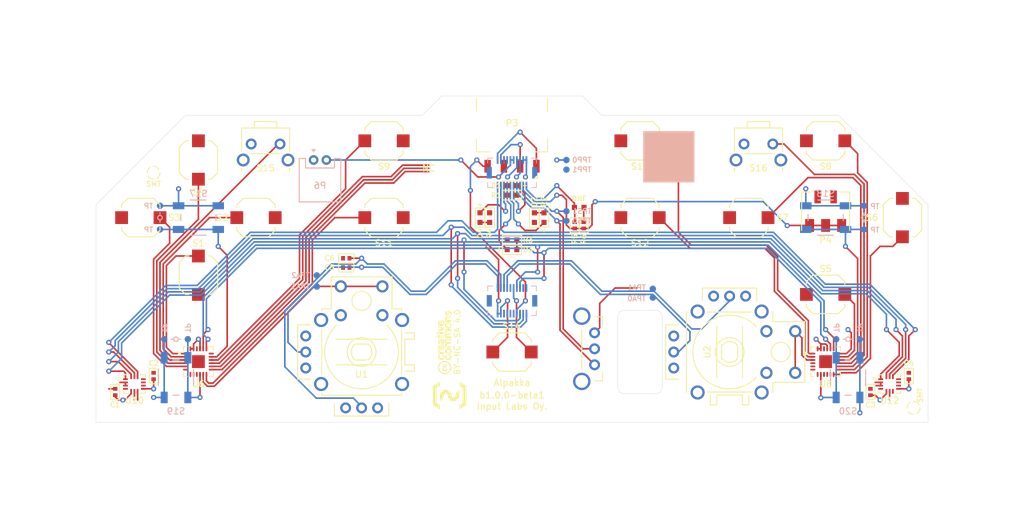
<source format=kicad_pcb>
(kicad_pcb (version 20240108) (generator "pcbnew") (generator_version "8.0")
  (title_block (title "Alpakka") (company "Input Labs Oy."))
  (layers (0 "F.Cu" signal) (31 "B.Cu" signal) (34 "B.Paste" user) (35 "F.Paste" user) (36 "B.SilkS" user "B.Silkscreen") (37 "F.SilkS" user "F.Silkscreen") (38 "B.Mask" user) (39 "F.Mask" user) (44 "Edge.Cuts" user))
  (net 0 "")
  (net 1 "/VCC")
  (net 2 "/GND")
  (net 3 "/ADC3")
  (net 4 "/ADC2")
  (net 5 "/GP9")
  (net 6 "/GP8")
  (net 7 "/GP7")
  (net 8 "/GP6")
  (net 9 "/IMU_CS1")
  (net 10 "/GP13")
  (net 11 "Net-(D1-K)")
  (net 12 "/GP10")
  (net 13 "/GP11")
  (net 14 "/UART0_TX")
  (net 15 "/UART0_RX")
  (net 16 "/IMU_CS0")
  (net 17 "/BAT")
  (net 18 "/GP12")
  (net 19 "/RUN")
  (net 20 "/UART1_TX")
  (net 21 "/UART1_RX")
  (net 22 "/GP25")
  (net 23 "/SPI_CK")
  (net 24 "/ADC1")
  (net 25 "/ADC0")
  (net 26 "/I2C_SDA")
  (net 27 "/SPI_TX")
  (net 28 "/GP24")
  (net 29 "/I2C_SCL")
  (net 30 "/SPI_RX")
  (net 31 "/A0")
  (net 32 "/A1")
  (net 33 "/A4")
  (net 34 "/A3")
  (net 35 "/B15")
  (net 36 "/B10")
  (net 37 "/B13")
  (net 38 "/B11")
  (net 39 "/A14")
  (net 40 "/B0")
  (net 41 "/A10")
  (net 42 "/B1")
  (net 43 "/A2")
  (net 47 "Net-(D2-K)")
  (net 48 "Net-(D3-K)")
  (net 49 "Net-(D4-K)")
  (net 50 "/B12")
  (net 62 "/A15")
  (net 64 "/B14")
  (net 65 "/A8")
  (net 66 "/B7")
  (net 67 "/A9")
  (net 68 "/B2")
  (net 69 "/A12")
  (net 70 "/A11")
  (net 71 "/A13")
  (net 72 "/B5")
  (net 73 "/B6")
  (net 74 "/B4")
  (net 75 "/B3")
  (net 82 "Net-(R6-Pad1)")
  (footprint "ILO_fp:Alpsalpine_SKPM" (layer "F.Cu") (at 149 42)
    (property "Reference" "S8")
    (property "Value" "Y")
  )
  (footprint "ILO_fp:NPTH_4mm" (layer "F.Cu") (at 159 62)
    (property "Reference" "REF**" (hide yes))
    (property "Value" "NPTH_4mm" (hide yes))
  )
  (footprint "ILO_fp:Alpsalpine_SKPM" (layer "F.Cu") (at 60 54 180)
    (property "Reference" "S2")
    (property "Value" "right")
  )
  (footprint "ILO_fp:0402" (layer "F.Cu") (at 109.8 55.2 -90)
    (property "Reference" "R5")
    (property "Value" "1 MΩ" (hide yes))
  )
  (footprint "ILO_fp:Alpsalpine_SKPM" (layer "F.Cu") (at 42 54)
    (property "Reference" "S3")
    (property "Value" "left")
  )
  (footprint "ILO_fp:Alpsalpine_SKPM" (layer "F.Cu") (at 80 42 180)
    (property "Reference" "S9")
    (property "Value" "select_1")
  )
  (footprint "ILO_fp:Alpsalpine_SKPM" (layer "F.Cu") (at 80 54 180)
    (property "Reference" "S11")
    (property "Value" "select_2")
  )
  (footprint "ILO_fp:Alpsalpine_SKPM" (layer "F.Cu") (at 120 42)
    (property "Reference" "S10")
    (property "Value" "start_1")
  )
  (footprint "ILO_fp:NPTH_4mm" (layer "F.Cu") (at 41 62)
    (property "Reference" "REF**" (hide yes))
    (property "Value" "NPTH_4mm" (hide yes))
  )
  (footprint "ILO_fp:NPTH_4mm" (layer "F.Cu") (at 62 62)
    (property "Reference" "REF**" (hide yes))
    (property "Value" "NPTH_4mm" (hide yes))
  )
  (footprint "ILO_fp:NPTH_4mm" (layer "F.Cu") (at 85 62)
    (property "Reference" "REF**" (hide yes))
    (property "Value" "NPTH_4mm" (hide yes))
  )
  (footprint "ILO_fp:NPTH_4mm" (layer "F.Cu") (at 115 62)
    (property "Reference" "REF**" (hide yes))
    (property "Value" "NPTH_4mm" (hide yes))
  )
  (footprint "ILO_fp:NPTH_4mm" (layer "F.Cu") (at 138 62)
    (property "Reference" "REF**" (hide yes))
    (property "Value" "NPTH_4mm" (hide yes))
  )
  (footprint "ILO_fp:Alpsalpine_SKPM" (layer "F.Cu") (at 149 66)
    (property "Reference" "S5")
    (property "Value" "A")
  )
  (footprint "ILO_fp:Alpsalpine_SKPM" (layer "F.Cu") (at 161 54 -90)
    (property "Reference" "S6")
    (property "Value" "B")
  )
  (footprint "ILO_fp:Alpsalpine_SKPM" (layer "F.Cu") (at 137 54)
    (property "Reference" "S7")
    (property "Value" "X")
  )
  (footprint "ILO_fp:Alpsalpine_SKPM" (layer "F.Cu") (at 51 63 90)
    (property "Reference" "S1")
    (property "Value" "down")
  )
  (footprint "ILO_fp:Alpsalpine_SKPM" (layer "F.Cu") (at 51 45 -90)
    (property "Reference" "S4")
    (property "Value" "up")
  )
  (footprint "ILO_fp:NPTH_2mm" (layer "F.Cu") (at 85 49)
    (property "Reference" "REF**" (hide yes))
    (property "Value" "NPTH_2mm" (hide yes))
  )
  (footprint "ILO_fp:NPTH_2mm" (layer "F.Cu") (at 62 49)
    (property "Reference" "REF**" (hide yes))
    (property "Value" "NPTH_2mm" (hide yes))
  )
  (footprint "ILO_fp:NPTH_2mm" (layer "F.Cu") (at 85 75)
    (property "Reference" "REF**" (hide yes))
    (property "Value" "NPTH_2mm" (hide yes))
  )
  (footprint "ILO_fp:NPTH_2mm" (layer "F.Cu") (at 62 75)
    (property "Reference" "REF**" (hide yes))
    (property "Value" "NPTH_2mm" (hide yes))
  )
  (footprint "ILO_fp:NPTH_2mm" (layer "F.Cu") (at 115 49)
    (property "Reference" "REF**" (hide yes))
    (property "Value" "NPTH_2mm" (hide yes))
  )
  (footprint "ILO_fp:NPTH_2mm" (layer "F.Cu") (at 138 49)
    (property "Reference" "REF**" (hide yes))
    (property "Value" "NPTH_2mm" (hide yes))
  )
  (footprint "ILO_fp:NPTH_2mm" (layer "F.Cu") (at 159 75)
    (property "Reference" "REF**" (hide yes))
    (property "Value" "NPTH_2mm" (hide yes))
  )
  (footprint "ILO_fp:NPTH_2mm" (layer "F.Cu") (at 138 75)
    (property "Reference" "REF**" (hide yes))
    (property "Value" "NPTH_2mm" (hide yes))
  )
  (footprint "ILO_fp:Alpsalpine_SKPM" (layer "F.Cu") (at 100 75)
    (property "Reference" "S14")
    (property "Value" "home")
  )
  (footprint "ILO_fp:HRO_BC-25-3P" (layer "F.Cu") (at 149 53 -90)
    (property "Reference" "P4")
    (property "Value" "Blade" (hide yes))
  )
  (footprint "ILO_fp:0603_d" (layer "F.Cu") (at 105 54 -90)
    (property "Reference" "D2")
    (property "Value" "Diode" (hide yes))
  )
  (footprint "ILO_fp:Alpsalpine_RKJXV122400R" (layer "F.Cu") (at 76.5 75 180)
    (property "Reference" "U1")
    (property "Value" "Alpsalpine_RKJXV" (hide yes))
  )
  (footprint "ILO_fp:NPTH_2mm" (layer "F.Cu") (at 41 75)
    (property "Reference" "REF**" (hide yes))
    (property "Value" "NPTH_2mm" (hide yes))
  )
  (footprint "ILO_fp:Alpsalpine_SKPM" (layer "F.Cu") (at 120 54)
    (property "Reference" "S12")
    (property "Value" "start_2")
  )
  (footprint "ILO_fp:Alpsalpine_SKHHL" (layer "F.Cu") (at 61.5 42.5 180)
    (property "Reference" "S15")
    (property "Value" "L1")
  )
  (footprint "ILO_fp:LGA14" (layer "F.Cu") (at 159 80 180)
    (property "Reference" "U12")
    (property "Value" "ST_LSM6" (hide yes))
  )
  (footprint "ILO_fp:0402" (layer "F.Cu") (at 155.999998 81.25 -90)
    (property "Reference" "C3")
    (property "Value" "100nF" (hide yes))
  )
  (footprint "ILO_fp:0402" (layer "F.Cu") (at 161.999999 78.750001 -90)
    (property "Reference" "C4")
    (property "Value" "100nF" (hide yes))
  )
  (footprint "ILO_fp:Alpsalpine_SKHHL" (layer "F.Cu") (at 138.5 42.5 180)
    (property "Reference" "S16")
    (property "Value" "R1")
  )
  (footprint "ILO_fp:0603" (layer "F.Cu") (at 103.5 54 90)
    (property "Reference" "R2")
    (property "Value" "20 Ω" (hide yes))
  )
  (footprint "ILO_fp:0402" (layer "F.Cu") (at 111.199999 55.2 -90)
    (property "Reference" "R6")
    (property "Value" "1 MΩ" (hide yes))
  )
  (footprint "ILO_fp:0402" (layer "F.Cu") (at 43.999999 78.750001 -90)
    (property "Reference" "C2")
    (property "Value" "100nF" (hide yes))
  )
  (footprint "ILO_fp:0402" (layer "F.Cu") (at 37.999998 81.25 -90)
    (property "Reference" "C1")
    (property "Value" "100nF" (hide yes))
  )
  (footprint "ILO_fp:QFN24" (layer "F.Cu") (at 149 76.5 -90)
    (property "Reference" "U8")
    (property "Value" "NXP_PCAL6416A" (hide yes))
  )
  (footprint "ILO_fp:0603" (layer "F.Cu") (at 100 50.5 180)
    (property "Reference" "R1")
    (property "Value" "20 Ω" (hide yes))
  )
  (footprint "LOGO" (layer "F.Cu") (at 90.25 81.8)
    (property "Reference" "G***" (hide yes))
    (property "Value" "LOGO" (hide yes))
  )
  (footprint "ILO_fp:0603" (layer "F.Cu") (at 100 57.5)
    (property "Reference" "R3")
    (property "Value" "20 Ω" (hide yes))
  )
  (footprint "ILO_fp:QFN24" (layer "F.Cu") (at 51 76.5 -90)
    (property "Reference" "U6")
    (property "Value" "NXP_PCAL6416A" (hide yes))
  )
  (footprint "ILO_fp:NPTH_2mm" (layer "F.Cu") (at 44 47)
    (property "Reference" "REF**" (hide yes))
    (property "Value" "NPTH_2mm" (hide yes))
  )
  (footprint "ILO_fp:0603_d" (layer "F.Cu") (at 95 54 90)
    (property "Reference" "D4")
    (property "Value" "Diode" (hide yes))
  )
  (footprint "ILO_fp:0603_d" (layer "F.Cu") (at 100 59 180)
    (property "Reference" "D3")
    (property "Value" "Diode" (hide yes))
  )
  (footprint "ILO_fp:0603_compact" (layer "F.Cu") (at 110.5 52.4)
    (property "Reference" "R7")
    (property "Value" "DNP" (hide yes))
  )
  (footprint "ILO_fp:0603_d" (layer "F.Cu") (at 100 49)
    (property "Reference" "D1")
    (property "Value" "Diode" (hide yes))
  )
  (footprint "ILO_fp:0402" (layer "F.Cu") (at 74.1 60.35)
    (property "Reference" "C6")
    (property "Value" "1uF" (hide yes))
  )
  (footprint "ILO_fp:Alpsalpine_RKJXV122400R" (layer "F.Cu") (at 134 75 90)
    (property "Reference" "U2")
    (property "Value" "Alpsalpine_RKJXV" (hide yes))
  )
  (footprint "ILO_fp:NPTH_2mm" (layer "F.Cu") (at 115 75)
    (property "Reference" "REF**" (hide yes))
    (property "Value" "NPTH_2mm" (hide yes))
  )
  (footprint "LOGO" (layer "F.Cu") (at 89.35 73.5 90)
    (property "Reference" "G***" (hide yes))
    (property "Value" "LOGO" (hide yes))
  )
  (footprint "ILO_fp:0402" (layer "F.Cu") (at 74.099999 61.8)
    (property "Reference" "C5")
    (property "Value" "1uF" (hide yes))
  )
  (footprint "" (layer "F.Cu") (at 162.75 83.75)
    (property "Reference" "")
    (property "Value" "")
  )
  (footprint "ILO_fp:0603" (layer "F.Cu") (at 96.5 54 -90)
    (property "Reference" "R4")
    (property "Value" "20 Ω" (hide yes))
  )
  (footprint "ILO_fp:XKB_X6511FRS-04" (layer "F.Cu") (at 100 45.975 180)
    (property "Reference" "P3")
    (property "Value" "Headers 4P IN" (hide yes))
  )
  (footprint "ILO_fp:LGA14" (layer "F.Cu") (at 41 80 180)
    (property "Reference" "U10")
    (property "Value" "ST_LSM6" (hide yes))
  )
  (footprint "ILO_fp:Alpsalpine_EC10E" (layer "F.Cu") (at 111.9 74.5 90)
    (property "Reference" "U3" (hide yes))
    (property "Value" "Alpsalpine_EC10E" (hide yes))
  )
  (footprint "ILO_fp:Alpsalpine_SKQG" (layer "B.Cu") (at 51 54)
    (property "Reference" "S17")
    (property "Value" "L2" (hide yes))
  )
  (footprint "ILO_fp:Alpsalpine_SKQG" (layer "B.Cu") (at 152.5 79 -90)
    (property "Reference" "S20")
    (property "Value" "R4" (hide yes))
  )
  (footprint "ILO_fp:Alpsalpine_SKQG" (layer "B.Cu") (at 149 54)
    (property "Reference" "S18")
    (property "Value" "R2" (hide yes))
  )
  (footprint "ILO_fp:Alpsalpine_SKQG" (layer "B.Cu") (at 47.5 79 90)
    (property "Reference" "S19")
    (property "Value" "L4" (hide yes))
  )
  (footprint "ILO_fp:Pad_1mm" (layer "B.Cu") (at 49.35 73 180)
    (property "Reference" "TP204" (hide yes))
    (property "Value" "Endpoint" (hide yes))
  )
  (footprint "ILO_fp:Pad_1mm" (layer "B.Cu") (at 69.5 64.775 180)
    (property "Reference" "TPA3")
    (property "Value" "Endpoint" (hide yes))
  )
  (footprint "ILO_fp:Pad_1mm" (layer "B.Cu") (at 108.5 46.5 180)
    (property "Reference" "TPP1")
    (property "Value" "Endpoint" (hide yes))
  )
  (footprint "ILO_fp:Pad_1mm" (layer "B.Cu") (at 45 55.85 180)
    (property "Reference" "TP202" (hide yes))
    (property "Value" "Endpoint" (hide yes))
  )
  (footprint "ILO_fp:JST_PH_2_TH" (layer "B.Cu") (at 70 45)
    (property "Reference" "P6")
    (property "Value" "Conn_01x02")
  )
  (footprint "ILO_fp:Pad_1mm" (layer "B.Cu") (at 154.35 73 180)
    (property "Reference" "TP103" (hide yes))
    (property "Value" "Endpoint" (hide yes))
  )
  (footprint "ILO_fp:Pad_1mm" (layer "B.Cu") (at 122 65.125 180)
    (property "Reference" "TPA1")
    (property "Value" "Endpoint" (hide yes))
  )
  (footprint "ILO_fp:Hirose_DF12NB_receptacle" (layer "B.Cu") (at 100 67 180)
    (property "Reference" "P2" (hide yes))
    (property "Value" "Conn_01x20_Pin")
  )
  (footprint "ILO_fp:Pad_1mm" (layer "B.Cu") (at 45.65 73 180)
    (property "Reference" "TP203" (hide yes))
    (property "Value" "Endpoint" (hide yes))
  )
  (footprint "ILO_fp:Pad_1mm" (layer "B.Cu") (at 108.5 45 180)
    (property "Reference" "TPP0")
    (property "Value" "Endpoint" (hide yes))
  )
  (footprint "ILO_fp:Pad_1mm" (layer "B.Cu") (at 108.5 53 180)
    (property "Reference" "TPS1")
    (property "Value" "Endpoint" (hide yes))
  )
  (footprint "ILO_fp:Pad_1mm" (layer "B.Cu") (at 155 55.85 180)
    (property "Reference" "TP102" (hide yes))
    (property "Value" "Endpoint" (hide yes))
  )
  (footprint "ILO_fp:Pad_1mm" (layer "B.Cu") (at 150.65 73 180)
    (property "Reference" "TP104" (hide yes))
    (property "Value" "Endpoint" (hide yes))
  )
  (footprint "ILO_fp:Pad_1mm" (layer "B.Cu") (at 155 52.15 180)
    (property "Reference" "TP101" (hide yes))
    (property "Value" "Endpoint" (hide yes))
  )
  (footprint "ILO_fp:Pad_1mm" (layer "B.Cu") (at 69.5 63.025 180)
    (property "Reference" "TPA2")
    (property "Value" "Endpoint" (hide yes))
  )
  (footprint "ILO_fp:Pad_1mm" (layer "B.Cu") (at 122 66.5 180)
    (property "Reference" "TPA0")
    (property "Value" "Endpoint" (hide yes))
  )
  (footprint "ILO_fp:Pad_1mm" (layer "B.Cu") (at 45 52.15 180)
    (property "Reference" "TP201" (hide yes))
    (property "Value" "Endpoint" (hide yes))
  )
  (footprint "ILO_fp:Hirose_DF12NB_receptacle" (layer "B.Cu") (at 100 47 180)
    (property "Reference" "P1" (hide yes))
    (property "Value" "Conn_01x20_Pin")
  )
  (footprint "ILO_fp:Pad_1mm" (layer "B.Cu") (at 108.5 54.5 180)
    (property "Reference" "TPS0")
    (property "Value" "Endpoint" (hide yes))
  )
  (gr_circle (center 155 54) (end 155.25 54.25) (stroke (width 0.16)) (fill none) (layer "B.SilkS"))
  (gr_line (start 152.853553 73) (end 153.25 73) (stroke (width 0.16)) (layer "B.SilkS"))
  (gr_line (start 47.853553 73) (end 48.25 73) (stroke (width 0.16)) (layer "B.SilkS"))
  (gr_line (start 47.146447 73) (end 46.75 73) (stroke (width 0.16)) (layer "B.SilkS"))
  (gr_line (start 45 53.646447) (end 45 53.25) (stroke (width 0.16)) (layer "B.SilkS"))
  (gr_circle (center 152.5 73) (end 152.25 73.25) (stroke (width 0.16)) (fill none) (layer "B.SilkS"))
  (gr_line (start 155 54.353553) (end 155 54.75) (stroke (width 0.16)) (layer "B.SilkS"))
  (gr_circle (center 47.5 73) (end 47.25 73.25) (stroke (width 0.16)) (fill none) (layer "B.SilkS"))
  (gr_line (start 45 54.353553) (end 45 54.75) (stroke (width 0.16)) (layer "B.SilkS"))
  (gr_rect (start 120.5 40.5) (end 128.5 48.5) (fill solid) (layer "B.SilkS"))
  (gr_line (start 155 53.646447) (end 155 53.25) (stroke (width 0.16)) (layer "B.SilkS"))
  (gr_line (start 152.146447 73) (end 151.75 73) (stroke (width 0.16)) (layer "B.SilkS"))
  (gr_circle (center 45 54) (end 45.25 54.25) (stroke (width 0.16)) (fill none) (layer "B.SilkS"))
  (gr_arc (start 162.75 82.75) (mid 163.221847 82.868345) (end 163.58205 83.1953) (stroke (width 0.153)) (layer "F.SilkS"))
  (gr_arc (start 44 46) (mid 44.471847 46.118345) (end 44.83205 46.4453) (stroke (width 0.153)) (layer "F.SilkS"))
  (gr_arc (start 43 47) (mid 43.118345 46.528153) (end 43.4453 46.16795) (stroke (width 0.153)) (layer "F.SilkS"))
  (gr_arc (start 163.75 83.75) (mid 163.631655 84.221847) (end 163.3047 84.58205) (stroke (width 0.153)) (layer "F.SilkS"))
  (gr_arc (start 44 48) (mid 43.528153 47.881655) (end 43.16795 47.5547) (stroke (width 0.153)) (layer "F.SilkS"))
  (gr_arc (start 45 47) (mid 44.881655 47.471847) (end 44.5547 47.83205) (stroke (width 0.153)) (layer "F.SilkS"))
  (gr_arc (start 161.75 83.75) (mid 161.868345 83.278153) (end 162.1953 82.91795) (stroke (width 0.153)) (layer "F.SilkS"))
  (gr_arc (start 162.75 84.75) (mid 162.278153 84.631655) (end 161.91795 84.3047) (stroke (width 0.153)) (layer "F.SilkS"))
  (gr_line (start 100 35) (end 89 35) (stroke (width 0.05)) (layer "Edge.Cuts"))
  (gr_line (start 89 35) (end 86 38) (stroke (width 0.05)) (layer "Edge.Cuts"))
  (gr_line (start 111 35) (end 114 38) (stroke (width 0.05)) (layer "Edge.Cuts"))
  (gr_line (start 100 35) (end 111 35) (stroke (width 0.05)) (layer "Edge.Cuts"))
  (gr_line (start 35 86) (end 165 86) (stroke (width 0.05)) (layer "Edge.Cuts"))
  (gr_line (start 114 38) (end 151 38) (stroke (width 0.05)) (layer "Edge.Cuts"))
  (gr_line (start 116.5 69.5) (end 116.5 80.5) (stroke (width 0.05)) (layer "Edge.Cuts"))
  (gr_line (start 151 38) (end 165 52) (stroke (width 0.05)) (layer "Edge.Cuts"))
  (gr_line (start 117.5 81.5) (end 122.492893 81.492893) (stroke (width 0.05)) (layer "Edge.Cuts"))
  (gr_arc (start 116.5 69.5) (mid 116.792893 68.792893) (end 117.5 68.5) (stroke (width 0.05)) (layer "Edge.Cuts"))
  (gr_line (start 123.492893 69.492893) (end 123.492893 80.492893) (stroke (width 0.05)) (layer "Edge.Cuts"))
  (gr_line (start 117.5 68.5) (end 122.492893 68.492893) (stroke (width 0.05)) (layer "Edge.Cuts"))
  (gr_arc (start 122.492893 68.492893) (mid 123.2 68.785786) (end 123.492893 69.492893) (stroke (width 0.05)) (layer "Edge.Cuts"))
  (gr_line (start 165 86) (end 165 52) (stroke (width 0.05)) (layer "Edge.Cuts"))
  (gr_line (start 49 38) (end 35 52) (stroke (width 0.05)) (layer "Edge.Cuts"))
  (gr_arc (start 117.5 81.5) (mid 116.792893 81.207107) (end 116.5 80.5) (stroke (width 0.05)) (layer "Edge.Cuts"))
  (gr_line (start 35 86) (end 35 52) (stroke (width 0.05)) (layer "Edge.Cuts"))
  (gr_line (start 86 38) (end 49 38) (stroke (width 0.05)) (layer "Edge.Cuts"))
  (gr_arc (start 123.492893 80.492893) (mid 123.2 81.2) (end 122.492893 81.492893) (stroke (width 0.05)) (layer "Edge.Cuts"))
  (gr_text "TP" (at 150.65 72 270) (layer "B.SilkS") (effects (font (size 0.8 0.8) (thickness 0.153)) (justify left mirror)))
  (gr_text "TP" (at 157.5 52.25 0) (layer "B.SilkS") (effects (font (size 0.8 0.8) (thickness 0.153)) (justify left mirror)))
  (gr_text "TP" (at 49.3 72 270) (layer "B.SilkS") (effects (font (size 0.8 0.8) (thickness 0.153)) (justify left mirror)))
  (gr_text "TP" (at 44 52.2 0) (layer "B.SilkS") (effects (font (size 0.8 0.8) (thickness 0.153)) (justify left mirror)))
  (gr_text "TP" (at 44 55.9 0) (layer "B.SilkS") (effects (font (size 0.8 0.8) (thickness 0.153)) (justify left mirror)))
  (gr_text "TP" (at 45.6 72 270) (layer "B.SilkS") (effects (font (size 0.8 0.8) (thickness 0.153)) (justify left mirror)))
  (gr_text "TP" (at 157.5 55.95 0) (layer "B.SilkS") (effects (font (size 0.8 0.8) (thickness 0.153)) (justify left mirror)))
  (gr_text "TP" (at 154.35 72 270) (layer "B.SilkS") (effects (font (size 0.8 0.8) (thickness 0.153)) (justify left mirror)))
  (gr_text "Input Labs Oy." (at 100 83.5 0) (layer "F.SilkS") (effects (font (size 1 1) (thickness 0.16))))
  (gr_text "Alpakka" (at 100 79.8 0) (layer "F.SilkS") (effects (font (size 1 1) (thickness 0.16))))
  (gr_text "BY-NC-SA 4.0" (at 91.45 73.45 90) (layer "F.SilkS") (effects (font (size 0.9 0.9) (thickness 0.14))))
  (gr_text "b1.0.0-beta1" (at 100 81.75 0) (layer "F.SilkS") (effects (font (size 1 1) (thickness 0.16))))
  (gr_text "DNF" (at 110.5 51.05 0) (layer "F.SilkS") (effects (font (size 0.8 0.8) (thickness 0.153))))
  (gr_text "SMT" (at 163.75 81.75 90) (layer "F.SilkS") (effects (font (size 0.8 0.8) (thickness 0.153))))
  (gr_text "SMT" (at 44 48.75 0) (layer "F.SilkS") (effects (font (size 0.8 0.8) (thickness 0.153))))
  (gr_text "NC" (at 87 46.3 0) (layer "F.SilkS") (effects (font (size 1 1) (thickness 0.16))))
  (segment (start 157.499999 82.499999) (end 156.749999 81.749999) (width 0.25) (layer "F.Cu") (net 1))
  (segment (start 39.2 82.5) (end 38.499999 82.5) (width 0.25) (layer "F.Cu") (net 1))
  (segment (start 147.5 73) (end 147.564372 72.935628) (width 0.25) (layer "F.Cu") (net 1))
  (segment (start 148.35 73.75) (end 149 73.75) (width 0.25) (layer "F.Cu") (net 1))
  (segment (start 51.25 73.25) (end 51 73) (width 0.25) (layer "F.Cu") (net 1))
  (segment (start 148.25 73.75) (end 148.25 74.5) (width 0.25) (layer "F.Cu") (net 1))
  (segment (start 149.25 74) (end 149.25 74.5) (width 0.25) (layer "F.Cu") (net 1))
  (segment (start 44 80.75) (end 44 79.25) (width 0.25) (layer "F.Cu") (net 1))
  (segment (start 157.499999 82.499999) (end 157.499999 82.499999) (width 0.25) (layer "F.Cu") (net 1))
  (segment (start 152.5 71.5) (end 153 72) (width 0.25) (layer "F.Cu") (net 1))
  (segment (start 39.499999 82.499999) (end 40.499999 81.5) (width 0.25) (layer "F.Cu") (net 1))
  (segment (start 157.499999 82.499999) (end 158.499999 81.5) (width 0.25) (layer "F.Cu") (net 1))
  (segment (start 152.25 75.25) (end 151 75.25) (width 0.25) (layer "F.Cu") (net 1))
  (segment (start 147.5 73) (end 148.25 73.75) (width 0.25) (layer "F.Cu") (net 1))
  (segment (start 158.499999 81.5) (end 158.499999 81.148) (width 0.25) (layer "F.Cu") (net 1))
  (segment (start 149 73.75) (end 149.25 74) (width 0.25) (layer "F.Cu") (net 1))
  (segment (start 162 79.25) (end 162 80.75) (width 0.25) (layer "F.Cu") (net 1))
  (segment (start 40.499999 81.5) (end 40.499999 81.148) (width 0.25) (layer "F.Cu") (net 1))
  (segment (start 153 72) (end 153 74.5) (width 0.25) (layer "F.Cu") (net 1))
  (segment (start 153 74.5) (end 152.25 75.25) (width 0.25) (layer "F.Cu") (net 1))
  (segment (start 147.75 74.5) (end 148.25 74.5) (width 0.25) (layer "F.Cu") (net 1))
  (segment (start 38.499999 82.5) (end 37.999998 82) (width 0.25) (layer "F.Cu") (net 1))
  (segment (start 156.749999 81.749999) (end 155.999999 81.75) (width 0.25) (layer "F.Cu") (net 1))
  (segment (start 49.75 74.5) (end 50.25 74.5) (width 0.25) (layer "F.Cu") (net 1))
  (segment (start 148.25 74.5) (end 148.25 73.85) (width 0.25) (layer "F.Cu") (net 1))
  (segment (start 162 80.75) (end 160.397999 80.750001) (width 0.25) (layer "F.Cu") (net 1))
  (segment (start 39.499999 82.499999) (end 39.2 82.5) (width 0.25) (layer "F.Cu") (net 1))
  (segment (start 148.25 73.85) (end 148.35 73.75) (width 0.25) (layer "F.Cu") (net 1))
  (segment (start 147.75 74.25) (end 147.75 74.5) (width 0.25) (layer "F.Cu") (net 1))
  (segment (start 37.999998 82) (end 37.999999 81.75) (width 0.25) (layer "F.Cu") (net 1))
  (segment (start 51 73) (end 50.25 73.75) (width 0.25) (layer "F.Cu") (net 1))
  (segment (start 51.25 74.5) (end 51.25 73.25) (width 0.25) (layer "F.Cu") (net 1))
  (segment (start 50.25 73.75) (end 50.25 74.5) (width 0.25) (layer "F.Cu") (net 1))
  (segment (start 44 80.75) (end 42.397999 80.750001) (width 0.25) (layer "F.Cu") (net 1))
  (via (at 157.499999 82.499999) (size 0.8) (drill 0.4) (layers "F.Cu" "B.Cu") (net 1))
  (via (at 152.5 71.5) (size 0.8) (drill 0.4) (layers "F.Cu" "B.Cu") (net 1))
  (via (at 162 80.75) (size 0.8) (drill 0.4) (layers "F.Cu" "B.Cu") (net 1))
  (via (at 147.5 73) (size 0.8) (drill 0.4) (layers "F.Cu" "B.Cu") (net 1))
  (via (at 102.1 47.65) (size 0.8) (drill 0.4) (layers "F.Cu" "B.Cu") (net 1))
  (via (at 44 80.75) (size 0.8) (drill 0.4) (layers "F.Cu" "B.Cu") (net 1))
  (via (at 51 73) (size 0.8) (drill 0.4) (layers "F.Cu" "B.Cu") (net 1))
  (via (at 39.2 82.5) (size 0.8) (drill 0.4) (layers "F.Cu" "B.Cu") (net 1))
  (segment (start 102.25 47.5) (end 102.1 47.65) (width 0.25) (layer "B.Cu") (net 1))
  (segment (start 67.27 77.77) (end 67.5 78) (width 0.25) (layer "B.Cu") (net 1))
  (segment (start 67.27 77.5) (end 67.27 77.77) (width 0.25) (layer "B.Cu") (net 1))
  (segment (start 101.75 45) (end 102.25 45) (width 0.25) (layer "B.Cu") (net 1))
  (segment (start 67.27 77.73) (end 67.27 77.5) (width 0.25) (layer "B.Cu") (net 1))
  (segment (start 102.25 45) (end 102.25 47.5) (width 0.25) (layer "B.Cu") (net 1))
  (segment (start 158.999999 81.148) (end 159 82.5) (width 0.25) (layer "F.Cu") (net 2))
  (segment (start 41.499999 81.148001) (end 41.5 82.5) (width 0.25) (layer "F.Cu") (net 2))
  (segment (start 97.9 67) (end 97.9 60.55) (width 0.25) (layer "F.Cu") (net 2))
  (segment (start 99.3 72.7) (end 97 75) (width 0.25) (layer "F.Cu") (net 2))
  (segment (start 157.601999 80.25) (end 157.601999 79.75) (width 0.25) (layer "F.Cu") (net 2))
  (segment (start 37.999999 80.75) (end 36.999999 80.750001) (width 0.25) (layer "F.Cu") (net 2))
  (segment (start 113.7 67.4) (end 116.1 65) (width 0.25) (layer "F.Cu") (net 2))
  (segment (start 157.601999 80.25) (end 156.749999 80.25) (width 0.25) (layer "F.Cu") (net 2))
  (segment (start 40.999999 81.148) (end 41 82.5) (width 0.25) (layer "F.Cu") (net 2))
  (segment (start 39.601999 79.75) (end 39.601999 80.25) (width 0.25) (layer "F.Cu") (net 2))
  (segment (start 113.7 71.2) (end 113.7 67.4) (width 0.25) (layer "F.Cu") (net 2))
  (segment (start 38.999999 79.75) (end 38.749999 79.75) (width 0.25) (layer "F.Cu") (net 2))
  (segment (start 97.9 60.55) (end 95.95 58.6) (width 0.25) (layer "F.Cu") (net 2))
  (segment (start 116.1 65) (end 119.5 65) (width 0.25) (layer "F.Cu") (net 2))
  (segment (start 157.601999 79.75) (end 156.749999 79.75) (width 0.25) (layer "F.Cu") (net 2))
  (segment (start 112.9 72) (end 113.7 71.2) (width 0.25) (layer "F.Cu") (net 2))
  (segment (start 99.3 72.7) (end 99.3 67) (width 0.25) (layer "F.Cu") (net 2))
  (segment (start 39.601999 79.75) (end 38.999999 79.75) (width 0.25) (layer "F.Cu") (net 2))
  (via (at 97.9 67) (size 0.8) (drill 0.4) (layers "F.Cu" "B.Cu") (net 2))
  (via (at 44 82.1) (size 0.8) (drill 0.4) (layers "F.Cu" "B.Cu") (net 2))
  (via (at 100.7 47.65) (size 0.8) (drill 0.4) (layers "F.Cu" "B.Cu") (net 2))
  (via (at 145.9 49.5) (size 0.8) (drill 0.4) (layers "F.Cu" "B.Cu") (net 2))
  (via (at 107 45) (size 0.8) (drill 0.4) (layers "F.Cu" "B.Cu") (net 2))
  (via (at 47.9 49.5) (size 0.8) (drill 0.4) (layers "F.Cu" "B.Cu") (net 2))
  (via (at 154.35 84.5) (size 0.8) (drill 0.4) (layers "F.Cu" "B.Cu") (net 2))
  (via (at 99.3 67) (size 0.8) (drill 0.4) (layers "F.Cu" "B.Cu") (net 2))
  (via (at 99.3 47.65) (size 0.8) (drill 0.4) (layers "F.Cu" "B.Cu") (net 2))
  (segment (start 47.9 52.15) (end 54.1 52.15) (width 0.25) (layer "B.Cu") (net 2))
  (segment (start 45.65 75.9) (end 45.65 82.1) (width 0.25) (layer "B.Cu") (net 2))
  (segment (start 98.25 69) (end 98.25 68.05) (width 0.25) (layer "B.Cu") (net 2))
  (segment (start 100.7 47.65) (end 101.25 47.1) (width 0.25) (layer "B.Cu") (net 2))
  (segment (start 154.35 75.9) (end 154.35 82.1) (width 0.25) (layer "B.Cu") (net 2))
  (segment (start 100.75 45) (end 101.25 45) (width 0.25) (layer "B.Cu") (net 2))
  (segment (start 45.65 82.1) (end 44 82.1) (width 0.25) (layer "B.Cu") (net 2))
  (segment (start 45.65 75.9) (end 45.65 73.1) (width 0.25) (layer "B.Cu") (net 2))
  (segment (start 154.35 75.9) (end 154.35 73.1) (width 0.25) (layer "B.Cu") (net 2))
  (segment (start 152.1 52.15) (end 145.9 52.15) (width 0.25) (layer "B.Cu") (net 2))
  (segment (start 47.9 52.15) (end 45 52.15) (width 0.25) (layer "B.Cu") (net 2))
  (segment (start 101.25 47.1) (end 101.25 45) (width 0.25) (layer "B.Cu") (net 2))
  (segment (start 152.1 52.15) (end 155 52.15) (width 0.25) (layer "B.Cu") (net 2))
  (segment (start 98.25 68.05) (end 99.3 67) (width 0.25) (layer "B.Cu") (net 2))
  (segment (start 99.3 47.65) (end 100.75 46.2) (width 0.25) (layer "B.Cu") (net 2))
  (segment (start 154.35 84.5) (end 154.35 82.1) (width 0.25) (layer "B.Cu") (net 2))
  (segment (start 107 45) (end 108.5 45) (width 0.25) (layer "B.Cu") (net 2))
  (segment (start 97.75 67.15) (end 97.9 67) (width 0.25) (layer "B.Cu") (net 2))
  (segment (start 145.9 52.15) (end 145.9 49.5) (width 0.25) (layer "B.Cu") (net 2))
  (segment (start 100.75 46.2) (end 100.75 45) (width 0.25) (layer "B.Cu") (net 2))
  (segment (start 97.75 69) (end 97.75 67.15) (width 0.25) (layer "B.Cu") (net 2))
  (segment (start 47.9 52.15) (end 47.9 49.5) (width 0.25) (layer "B.Cu") (net 2))
  (segment (start 98.235 69) (end 97.75 69) (width 0.25) (layer "B.Cu") (net 2))
  (segment (start 76.499999 61.75) (end 76.449999 61.8) (width 0.25) (layer "F.Cu") (net 3))
  (segment (start 74.649998 61.75) (end 74.599998 61.8) (width 0.25) (layer "F.Cu") (net 3))
  (segment (start 76.499999 61.75) (end 74.649998 61.75) (width 0.25) (layer "F.Cu") (net 3))
  (segment (start 76.549999 61.8) (end 76.499999 61.75) (width 0.25) (layer "F.Cu") (net 3))
  (via (at 76.499999 61.75) (size 0.8) (drill 0.4) (layers "F.Cu" "B.Cu") (net 3))
  (segment (start 65 73.5) (end 66.5 75) (width 0.25) (layer "B.Cu") (net 3))
  (segment (start 84.05 66) (end 86.6 66) (width 0.25) (layer "B.Cu") (net 3))
  (segment (start 76.499999 61.75) (end 79.8 61.75) (width 0.25) (layer "B.Cu") (net 3))
  (segment (start 66.5 75) (end 67.77 75) (width 0.25) (layer "B.Cu") (net 3))
  (segment (start 65 68.75) (end 65 73.5) (width 0.25) (layer "B.Cu") (net 3))
  (segment (start 91.35 61.25) (end 95.875 61.25) (width 0.25) (layer "B.Cu") (net 3))
  (segment (start 86.6 66) (end 91.35 61.25) (width 0.25) (layer "B.Cu") (net 3))
  (segment (start 95.875 61.25) (end 97.75 63.125) (width 0.25) (layer "B.Cu") (net 3))
  (segment (start 79.8 61.75) (end 84.05 66) (width 0.25) (layer "B.Cu") (net 3))
  (segment (start 97.75 63.125) (end 97.75 65) (width 0.25) (layer "B.Cu") (net 3))
  (segment (start 76.499999 61.75) (end 72 61.75) (width 0.25) (layer "B.Cu") (net 3))
  (segment (start 72 61.75) (end 65 68.75) (width 0.25) (layer "B.Cu") (net 3))
  (segment (start 76.499999 60.35) (end 74.599999 60.35) (width 0.25) (layer "F.Cu") (net 4))
  (via (at 76.499999 60.35) (size 0.8) (drill 0.4) (layers "F.Cu" "B.Cu") (net 4))
  (segment (start 84.25 65.5) (end 80 61.25) (width 0.25) (layer "B.Cu") (net 4))
  (segment (start 75.599999 61.25) (end 71.8 61.25) (width 0.25) (layer "B.Cu") (net 4))
  (segment (start 64.5 68.55) (end 64.5 77.3) (width 0.25) (layer "B.Cu") (net 4))
  (segment (start 98.25 62.9) (end 96.1 60.75) (width 0.25) (layer "B.Cu") (net 4))
  (segment (start 77.399999 61.25) (end 76.499999 60.35) (width 0.25) (layer "B.Cu") (net 4))
  (segment (start 75.2 82.2) (end 76.5 83.5) (width 0.25) (layer "B.Cu") (net 4))
  (segment (start 91.15 60.75) (end 86.4 65.5) (width 0.25) (layer "B.Cu") (net 4))
  (segment (start 71.8 61.25) (end 64.5 68.55) (width 0.25) (layer "B.Cu") (net 4))
  (segment (start 98.25 65) (end 98.25 62.9) (width 0.25) (layer "B.Cu") (net 4))
  (segment (start 76.5 83.5) (end 76.5 83.73) (width 0.25) (layer "B.Cu") (net 4))
  (segment (start 80 61.25) (end 77.399999 61.25) (width 0.25) (layer "B.Cu") (net 4))
  (segment (start 69.4 82.2) (end 75.2 82.2) (width 0.25) (layer "B.Cu") (net 4))
  (segment (start 96.1 60.75) (end 91.15 60.75) (width 0.25) (layer "B.Cu") (net 4))
  (segment (start 76.499999 60.35) (end 75.599999 61.25) (width 0.25) (layer "B.Cu") (net 4))
  (segment (start 86.4 65.5) (end 84.25 65.5) (width 0.25) (layer "B.Cu") (net 4))
  (segment (start 64.5 77.3) (end 69.4 82.2) (width 0.25) (layer "B.Cu") (net 4))
  (segment (start 102 52) (end 102 50.25) (width 0.25) (layer "F.Cu") (net 5))
  (segment (start 101 53) (end 102 52) (width 0.25) (layer "F.Cu") (net 5))
  (segment (start 102 50.25) (end 100.75 49) (width 0.25) (layer "F.Cu") (net 5))
  (via (at 101 53) (size 0.8) (drill 0.4) (layers "F.Cu" "B.Cu") (net 5))
  (segment (start 101 51.8) (end 100.25 51.05) (width 0.25) (layer "B.Cu") (net 5))
  (segment (start 101 53) (end 101 51.8) (width 0.25) (layer "B.Cu") (net 5))
  (segment (start 100.25 51.05) (end 100.25 49) (width 0.25) (layer "B.Cu") (net 5))
  (segment (start 103.75 56) (end 105 54.75) (width 0.25) (layer "F.Cu") (net 6))
  (segment (start 101 55) (end 102 56) (width 0.25) (layer "F.Cu") (net 6))
  (segment (start 102 56) (end 103.75 56) (width 0.25) (layer "F.Cu") (net 6))
  (via (at 101 55) (size 0.8) (drill 0.4) (layers "F.Cu" "B.Cu") (net 6))
  (segment (start 100.25 51.75) (end 99.75 51.25) (width 0.25) (layer "B.Cu") (net 6))
  (segment (start 99.75 51.25) (end 99.75 49) (width 0.25) (layer "B.Cu") (net 6))
  (segment (start 100.25 54.2) (end 100.25 51.75) (width 0.25) (layer "B.Cu") (net 6))
  (segment (start 101 55) (end 101 54.95) (width 0.25) (layer "B.Cu") (net 6))
  (segment (start 101 54.95) (end 100.25 54.2) (width 0.25) (layer "B.Cu") (net 6))
  (segment (start 98 57.75) (end 99.25 59) (width 0.25) (layer "F.Cu") (net 7))
  (segment (start 98 56) (end 98 57.75) (width 0.25) (layer "F.Cu") (net 7))
  (segment (start 99 55) (end 98 56) (width 0.25) (layer "F.Cu") (net 7))
  (via (at 99 55) (size 0.8) (drill 0.4) (layers "F.Cu" "B.Cu") (net 7))
  (segment (start 99.25 51.45) (end 99.25 49) (width 0.25) (layer "B.Cu") (net 7))
  (segment (start 99.8 52) (end 99.25 51.45) (width 0.25) (layer "B.Cu") (net 7))
  (segment (start 99.8 54.2) (end 99.8 52) (width 0.25) (layer "B.Cu") (net 7))
  (segment (start 99 55) (end 99.8 54.2) (width 0.25) (layer "B.Cu") (net 7))
  (segment (start 97.9 52) (end 96.25 52) (width 0.25) (layer "F.Cu") (net 8))
  (segment (start 98.9 53) (end 97.9 52) (width 0.25) (layer "F.Cu") (net 8))
  (segment (start 95 53.25) (end 96.25 52) (width 0.25) (layer "F.Cu") (net 8))
  (segment (start 99 53) (end 98.9 53) (width 0.25) (layer "F.Cu") (net 8))
  (via (at 99 53) (size 0.8) (drill 0.4) (layers "F.Cu" "B.Cu") (net 8))
  (segment (start 99 53) (end 99 51.883159) (width 0.25) (layer "B.Cu") (net 8))
  (segment (start 99 51.883159) (end 98.75 51.633159) (width 0.25) (layer "B.Cu") (net 8))
  (segment (start 98.75 51.633159) (end 98.75 49) (width 0.25) (layer "B.Cu") (net 8))
  (segment (start 162 76.15) (end 162 72.5) (width 0.25) (layer "F.Cu") (net 9))
  (segment (start 159.5 78.852) (end 159.5 78.65) (width 0.25) (layer "F.Cu") (net 9))
  (segment (start 159.5 78.65) (end 162 76.15) (width 0.25) (layer "F.Cu") (net 9))
  (segment (start 162 72.5) (end 163 71.5) (width 0.25) (layer "F.Cu") (net 9))
  (via (at 163 71.5) (size 0.8) (drill 0.4) (layers "F.Cu" "B.Cu") (net 9))
  (segment (start 148.95 64.4) (end 140.85 56.3) (width 0.25) (layer "B.Cu") (net 9))
  (segment (start 155.9 64.4) (end 148.95 64.4) (width 0.25) (layer "B.Cu") (net 9))
  (segment (start 140.85 56.3) (end 98.75 56.3) (width 0.25) (layer "B.Cu") (net 9))
  (segment (start 163 71.5) (end 155.9 64.4) (width 0.25) (layer "B.Cu") (net 9))
  (segment (start 98.75 56.3) (end 98.25 55.8) (width 0.25) (layer "B.Cu") (net 9))
  (segment (start 98.25 55.8) (end 98.25 49) (width 0.25) (layer "B.Cu") (net 9))
  (segment (start 107 49) (end 109.75 51.75) (width 0.25) (layer "F.Cu") (net 10))
  (segment (start 109.75 51.75) (end 109.75 52.4) (width 0.25) (layer "F.Cu") (net 10))
  (segment (start 109.8 54.700001) (end 109.8 52.45) (width 0.25) (layer "F.Cu") (net 10))
  (segment (start 109.8 52.45) (end 109.75 52.4) (width 0.25) (layer "F.Cu") (net 10))
  (via (at 107 49) (size 0.8) (drill 0.4) (layers "F.Cu" "B.Cu") (net 10))
  (segment (start 105 51) (end 103.65 51) (width 0.25) (layer "B.Cu") (net 10))
  (segment (start 102.25 49.6) (end 102.25 49) (width 0.25) (layer "B.Cu") (net 10))
  (segment (start 103.65 51) (end 102.25 49.6) (width 0.25) (layer "B.Cu") (net 10))
  (segment (start 107 49) (end 105 51) (width 0.25) (layer "B.Cu") (net 10))
  (segment (start 99.25 50.5) (end 99.25 49) (width 0.25) (layer "F.Cu") (net 11))
  (segment (start 107.5 55) (end 107.5 71.6) (width 0.25) (layer "F.Cu") (net 12))
  (segment (start 107.5 71.6) (end 112.9 77) (width 0.25) (layer "F.Cu") (net 12))
  (segment (start 112.9 77) (end 113 77) (width 0.25) (layer "F.Cu") (net 12))
  (segment (start 107 54.5) (end 107.5 55) (width 0.25) (layer "F.Cu") (net 12))
  (via (at 107 54.5) (size 0.8) (drill 0.4) (layers "F.Cu" "B.Cu") (net 12))
  (segment (start 108.475 54.5) (end 108.5 54.525) (width 0.25) (layer "B.Cu") (net 12))
  (segment (start 107 54.5) (end 108.475 54.5) (width 0.25) (layer "B.Cu") (net 12))
  (segment (start 103.1 52.5) (end 100.75 50.15) (width 0.25) (layer "B.Cu") (net 12))
  (segment (start 100.75 50.15) (end 100.75 49) (width 0.25) (layer "B.Cu") (net 12))
  (segment (start 105 52.5) (end 103.1 52.5) (width 0.25) (layer "B.Cu") (net 12))
  (segment (start 107 54.5) (end 105 52.5) (width 0.25) (layer "B.Cu") (net 12))
  (segment (start 108 54) (end 108 71.392894) (width 0.25) (layer "F.Cu") (net 13))
  (segment (start 107 53) (end 108 54) (width 0.25) (layer "F.Cu") (net 13))
  (segment (start 108 71.392894) (end 111.107106 74.5) (width 0.25) (layer "F.Cu") (net 13))
  (segment (start 111.107106 74.5) (end 112.9 74.5) (width 0.25) (layer "F.Cu") (net 13))
  (via (at 107 53) (size 0.8) (drill 0.4) (layers "F.Cu" "B.Cu") (net 13))
  (segment (start 107 53) (end 108.5 53) (width 0.25) (layer "B.Cu") (net 13))
  (segment (start 105.2 52) (end 103.3 52) (width 0.25) (layer "B.Cu") (net 13))
  (segment (start 101.25 49.95) (end 101.25 49) (width 0.25) (layer "B.Cu") (net 13))
  (segment (start 106.2 53) (end 105.2 52) (width 0.25) (layer "B.Cu") (net 13))
  (segment (start 107 53) (end 106.2 53) (width 0.25) (layer "B.Cu") (net 13))
  (segment (start 103.3 52) (end 101.25 49.95) (width 0.25) (layer "B.Cu") (net 13))
  (segment (start 101.27 40.65) (end 103.81 43.19) (width 0.25) (layer "F.Cu") (net 14))
  (segment (start 103.81 43.19) (end 103.81 45.975) (width 0.25) (layer "F.Cu") (net 14))
  (via (at 101.27 40.65) (size 0.8) (drill 0.4) (layers "F.Cu" "B.Cu") (net 14))
  (segment (start 101.05 40.65) (end 97.75 43.95) (width 0.25) (layer "B.Cu") (net 14))
  (segment (start 101.27 40.65) (end 101.05 40.65) (width 0.25) (layer "B.Cu") (net 14))
  (segment (start 97.75 43.95) (end 97.75 44.95) (width 0.25) (layer "B.Cu") (net 14))
  (segment (start 101.270001 42.6) (end 101.270001 45.975) (width 0.25) (layer "F.Cu") (net 15))
  (via (at 101.270001 42.6) (size 0.8) (drill 0.4) (layers "F.Cu" "B.Cu") (net 15))
  (segment (start 99.85 42.6) (end 98.25 44.2) (width 0.25) (layer "B.Cu") (net 15))
  (segment (start 98.25 44.2) (end 98.25 44.95) (width 0.25) (layer "B.Cu") (net 15))
  (segment (start 101.270001 42.6) (end 99.85 42.6) (width 0.25) (layer "B.Cu") (net 15))
  (segment (start 37 73.55) (end 41.5 78.05) (width 0.25) (layer "F.Cu") (net 16))
  (segment (start 37 73.5) (end 37 73.55) (width 0.25) (layer "F.Cu") (net 16))
  (segment (start 41.5 78.05) (end 41.5 78.852) (width 0.25) (layer "F.Cu") (net 16))
  (via (at 37 73.5) (size 0.8) (drill 0.4) (layers "F.Cu" "B.Cu") (net 16))
  (segment (start 90 54.5) (end 92.15 54.5) (width 0.25) (layer "B.Cu") (net 16))
  (segment (start 59.1 56.3) (end 88.2 56.3) (width 0.25) (layer "B.Cu") (net 16))
  (segment (start 97.75 55.8) (end 97.75 49) (width 0.25) (layer "B.Cu") (net 16))
  (segment (start 88.2 56.3) (end 90 54.5) (width 0.25) (layer "B.Cu") (net 16))
  (segment (start 50.8 64.6) (end 59.1 56.3) (width 0.25) (layer "B.Cu") (net 16))
  (segment (start 45.9 64.6) (end 50.8 64.6) (width 0.25) (layer "B.Cu") (net 16))
  (segment (start 93.95 56.3) (end 97.25 56.3) (width 0.25) (layer "B.Cu") (net 16))
  (segment (start 37 73.5) (end 45.9 64.6) (width 0.25) (layer "B.Cu") (net 16))
  (segment (start 97.25 56.3) (end 97.75 55.8) (width 0.25) (layer "B.Cu") (net 16))
  (segment (start 92.15 54.5) (end 93.95 56.3) (width 0.25) (layer "B.Cu") (net 16))
  (segment (start 92 45) (end 94.65 47.65) (width 0.25) (layer "F.Cu") (net 17))
  (segment (start 94.65 47.65) (end 97.9 47.65) (width 0.25) (layer "F.Cu") (net 17))
  (via (at 92 45) (size 0.8) (drill 0.4) (layers "F.Cu" "B.Cu") (net 17))
  (via (at 97.9 47.65) (size 0.8) (drill 0.4) (layers "F.Cu" "B.Cu") (net 17))
  (segment (start 99.75 45) (end 100.25 45) (width 0.25) (layer "B.Cu") (net 17))
  (segment (start 92 45) (end 71 45) (width 0.25) (layer "B.Cu") (net 17))
  (segment (start 99.75 45.8) (end 99.75 45) (width 0.25) (layer "B.Cu") (net 17))
  (segment (start 97.9 47.65) (end 99.75 45.8) (width 0.25) (layer "B.Cu") (net 17))
  (segment (start 109.8 55.699999) (end 111.199999 55.699999) (width 0.25) (layer "F.Cu") (net 18))
  (segment (start 107.8 50.5) (end 108.5 51.2) (width 0.25) (layer "F.Cu") (net 18))
  (segment (start 143 55.25) (end 143.025 55.225) (width 0.25) (layer "F.Cu") (net 18))
  (segment (start 107 50.5) (end 107.8 50.5) (width 0.25) (layer "F.Cu") (net 18))
  (segment (start 109.049999 55.699999) (end 109.8 55.699999) (width 0.25) (layer "F.Cu") (net 18))
  (segment (start 112.5 55.15) (end 111.950001 55.699999) (width 0.25) (layer "F.Cu") (net 18))
  (segment (start 108.5 51.2) (end 108.5 55.15) (width 0.25) (layer "F.Cu") (net 18))
  (segment (start 112.5 52) (end 112.5 55.15) (width 0.25) (layer "F.Cu") (net 18))
  (segment (start 111.950001 55.699999) (end 111.199999 55.699999) (width 0.25) (layer "F.Cu") (net 18))
  (segment (start 143.025 55.225) (end 151.5 55.225) (width 0.25) (layer "F.Cu") (net 18))
  (segment (start 108.5 55.15) (end 109.049999 55.699999) (width 0.25) (layer "F.Cu") (net 18))
  (segment (start 113 51.5) (end 112.5 52) (width 0.25) (layer "F.Cu") (net 18))
  (via (at 113 51.5) (size 0.8) (drill 0.4) (layers "F.Cu" "B.Cu") (net 18))
  (via (at 107 50.5) (size 0.8) (drill 0.4) (layers "F.Cu" "B.Cu") (net 18))
  (via (at 143 55.25) (size 0.8) (drill 0.4) (layers "F.Cu" "B.Cu") (net 18))
  (segment (start 101.75 49.74) (end 101.75 49) (width 0.25) (layer "B.Cu") (net 18))
  (segment (start 107 50.5) (end 106 51.5) (width 0.25) (layer "B.Cu") (net 18))
  (segment (start 113 51.5) (end 139.25 51.5) (width 0.25) (layer "B.Cu") (net 18))
  (segment (start 106 51.5) (end 103.51 51.5) (width 0.25) (layer "B.Cu") (net 18))
  (segment (start 103.51 51.5) (end 101.75 49.74) (width 0.25) (layer "B.Cu") (net 18))
  (segment (start 139.25 51.5) (end 143 55.25) (width 0.25) (layer "B.Cu") (net 18))
  (segment (start 102.1 64.05) (end 102.1 67) (width 0.25) (layer "F.Cu") (net 19))
  (segment (start 96.19 45.975) (end 95.475 45.975) (width 0.25) (layer "F.Cu") (net 19))
  (segment (start 93.5 49.75) (end 93.5 55.45) (width 0.25) (layer "F.Cu") (net 19))
  (segment (start 93.5 55.45) (end 102.1 64.05) (width 0.25) (layer "F.Cu") (net 19))
  (segment (start 95.475 45.975) (end 94.5 45) (width 0.25) (layer "F.Cu") (net 19))
  (via (at 102.1 67) (size 0.8) (drill 0.4) (layers "F.Cu" "B.Cu") (net 19))
  (via (at 93.5 49.75) (size 0.8) (drill 0.4) (layers "F.Cu" "B.Cu") (net 19))
  (via (at 94.5 45) (size 0.8) (drill 0.4) (layers "F.Cu" "B.Cu") (net 19))
  (segment (start 93.5 46) (end 93.5 49.75) (width 0.25) (layer "B.Cu") (net 19))
  (segment (start 94.5 45) (end 93.5 46) (width 0.25) (layer "B.Cu") (net 19))
  (segment (start 100.75 69) (end 100.75 68.35) (width 0.25) (layer "B.Cu") (net 19))
  (segment (start 100.75 68.35) (end 102.1 67) (width 0.25) (layer "B.Cu") (net 19))
  (segment (start 159 78.46967) (end 161.5 75.96967) (width 0.25) (layer "F.Cu") (net 23))
  (segment (start 161.5 75.96967) (end 161.5 71.5) (width 0.25) (layer "F.Cu") (net 23))
  (segment (start 37 74.85) (end 37 75) (width 0.25) (layer "F.Cu") (net 23))
  (segment (start 159 78.852) (end 159 78.46967) (width 0.25) (layer "F.Cu") (net 23))
  (segment (start 37.75 75) (end 41 78.25) (width 0.25) (layer "F.Cu") (net 23))
  (segment (start 90.5 55.5) (end 90.5 64.5) (width 0.25) (layer "F.Cu") (net 23))
  (segment (start 41 78.25) (end 41 78.851999) (width 0.25) (layer "F.Cu") (net 23))
  (segment (start 37.05 74.8) (end 37 74.85) (width 0.25) (layer "F.Cu") (net 23))
  (segment (start 37 75) (end 37.75 75) (width 0.25) (layer "F.Cu") (net 23))
  (segment (start 161.5 71.5) (end 161.478862 71.478862) (width 0.25) (layer "F.Cu") (net 23))
  (via (at 90.5 64.5) (size 0.8) (drill 0.4) (layers "F.Cu" "B.Cu") (net 23))
  (via (at 90.5 55.5) (size 0.8) (drill 0.4) (layers "F.Cu" "B.Cu") (net 23))
  (via (at 161.5 71.5) (size 0.8) (drill 0.4) (layers "F.Cu" "B.Cu") (net 23))
  (via (at 37 75) (size 0.8) (drill 0.4) (layers "F.Cu" "B.Cu") (net 23))
  (segment (start 90.5 64.5) (end 90.5 64.65) (width 0.25) (layer "B.Cu") (net 23))
  (segment (start 59.307106 56.8) (end 89.2 56.8) (width 0.25) (layer "B.Cu") (net 23))
  (segment (start 101.35 71.1) (end 102.25 70.2) (width 0.25) (layer "B.Cu") (net 23))
  (segment (start 140.65 56.8) (end 93.75 56.8) (width 0.25) (layer "B.Cu") (net 23))
  (segment (start 161.5 70.7) (end 155.7 64.9) (width 0.25) (layer "B.Cu") (net 23))
  (segment (start 148.75 64.9) (end 140.65 56.8) (width 0.25) (layer "B.Cu") (net 23))
  (segment (start 90.5 64.65) (end 96.95 71.1) (width 0.25) (layer "B.Cu") (net 23))
  (segment (start 102.25 70.2) (end 102.25 69) (width 0.25) (layer "B.Cu") (net 23))
  (segment (start 96.95 71.1) (end 101.35 71.1) (width 0.25) (layer "B.Cu") (net 23))
  (segment (start 37 75) (end 38 74) (width 0.25) (layer "B.Cu") (net 23))
  (segment (start 161.5 71.5) (end 161.5 70.7) (width 0.25) (layer "B.Cu") (net 23))
  (segment (start 46.1 65.1) (end 51.007106 65.1) (width 0.25) (layer "B.Cu") (net 23))
  (segment (start 89.2 56.8) (end 90.5 55.5) (width 0.25) (layer "B.Cu") (net 23))
  (segment (start 38 74) (end 38 73.2) (width 0.25) (layer "B.Cu") (net 23))
  (segment (start 93.75 56.8) (end 92.45 55.5) (width 0.25) (layer "B.Cu") (net 23))
  (segment (start 92.45 55.5) (end 90.5 55.5) (width 0.25) (layer "B.Cu") (net 23))
  (segment (start 38 73.2) (end 46.1 65.1) (width 0.25) (layer "B.Cu") (net 23))
  (segment (start 155.7 64.9) (end 148.75 64.9) (width 0.25) (layer "B.Cu") (net 23))
  (segment (start 51.007106 65.1) (end 59.307106 56.8) (width 0.25) (layer "B.Cu") (net 23))
  (segment (start 126.994994 70.294994) (end 128.1 71.4) (width 0.25) (layer "B.Cu") (net 24))
  (segment (start 128.1 71.4) (end 129.6 71.4) (width 0.25) (layer "B.Cu") (net 24))
  (segment (start 100.9 60.75) (end 109.3 60.75) (width 0.25) (layer "B.Cu") (net 24))
  (segment (start 126.994994 70.287888) (end 126.994994 70.294994) (width 0.25) (layer "B.Cu") (net 24))
  (segment (start 109.3 60.75) (end 114.05 65.5) (width 0.25) (layer "B.Cu") (net 24))
  (segment (start 98.75 62.9) (end 100.9 60.75) (width 0.25) (layer "B.Cu") (net 24))
  (segment (start 133.999991 67.000009) (end 133.999991 66.269998) (width 0.25) (layer "B.Cu") (net 24))
  (segment (start 122.207106 65.5) (end 126.994994 70.287888) (width 0.25) (layer "B.Cu") (net 24))
  (segment (start 114.05 65.5) (end 122.207106 65.5) (width 0.25) (layer "B.Cu") (net 24))
  (segment (start 98.75 65) (end 98.75 62.9) (width 0.25) (layer "B.Cu") (net 24))
  (segment (start 129.6 71.4) (end 133.999991 67.000009) (width 0.25) (layer "B.Cu") (net 24))
  (segment (start 101.113755 61.25) (end 99.25 63.113755) (width 0.25) (layer "B.Cu") (net 25))
  (segment (start 125.269998 75.000009) (end 125.999991 75.000009) (width 0.25) (layer "B.Cu") (net 25))
  (segment (start 127.8 73.2) (end 127.8 71.807106) (width 0.25) (layer "B.Cu") (net 25))
  (segment (start 122 66) (end 113.8 66) (width 0.25) (layer "B.Cu") (net 25))
  (segment (start 125.999991 75.000009) (end 127.8 73.2) (width 0.25) (layer "B.Cu") (net 25))
  (segment (start 109.05 61.25) (end 101.113755 61.25) (width 0.25) (layer "B.Cu") (net 25))
  (segment (start 113.8 66) (end 109.05 61.25) (width 0.25) (layer "B.Cu") (net 25))
  (segment (start 99.25 63.113755) (end 99.25 65) (width 0.25) (layer "B.Cu") (net 25))
  (segment (start 127.8 71.807106) (end 126.494994 70.5021) (width 0.25) (layer "B.Cu") (net 25))
  (segment (start 126.494994 70.494994) (end 122 66) (width 0.25) (layer "B.Cu") (net 25))
  (segment (start 126.494994 70.5021) (end 126.494994 70.494994) (width 0.25) (layer "B.Cu") (net 25))
  (segment (start 52.5 71.5) (end 51.75 72.25) (width 0.25) (layer "F.Cu") (net 26))
  (segment (start 149.75 73.75) (end 149.75 74.5) (width 0.25) (layer "F.Cu") (net 26))
  (segment (start 149 73) (end 149.75 73.75) (width 0.25) (layer "F.Cu") (net 26))
  (segment (start 51.75 72.25) (end 51.75 74.5) (width 0.25) (layer "F.Cu") (net 26))
  (segment (start 105 59.5) (end 105 63.5) (width 0.25) (layer "F.Cu") (net 26))
  (via (at 105 63.5) (size 0.8) (drill 0.4) (layers "F.Cu" "B.Cu") (net 26))
  (via (at 52.5 71.5) (size 0.8) (drill 0.4) (layers "F.Cu" "B.Cu") (net 26))
  (via (at 105 59.5) (size 0.8) (drill 0.4) (layers "F.Cu" "B.Cu") (net 26))
  (via (at 149 73) (size 0.8) (drill 0.4) (layers "F.Cu" "B.Cu") (net 26))
  (segment (start 101.25 64.05) (end 101.8 63.5) (width 0.25) (layer "B.Cu") (net 26))
  (segment (start 139.828682 58.8) (end 105.7 58.8) (width 0.25) (layer "B.Cu") (net 26))
  (segment (start 52.25 66.68553) (end 60.13553 58.8) (width 0.25) (layer "B.Cu") (net 26))
  (segment (start 103.475 59.5) (end 105 59.5) (width 0.25) (layer "B.Cu") (net 26))
  (segment (start 101.8 63.5) (end 105 63.5) (width 0.25) (layer "B.Cu") (net 26))
  (segment (start 60.13553 58.8) (end 102.775 58.8) (width 0.25) (layer "B.Cu") (net 26))
  (segment (start 52.25 71.25) (end 52.25 66.68553) (width 0.25) (layer "B.Cu") (net 26))
  (segment (start 148.25 67.221318) (end 139.828682 58.8) (width 0.25) (layer "B.Cu") (net 26))
  (segment (start 105.7 58.8) (end 105 59.5) (width 0.25) (layer "B.Cu") (net 26))
  (segment (start 102.775 58.8) (end 103.475 59.5) (width 0.25) (layer "B.Cu") (net 26))
  (segment (start 52.5 71.5) (end 52.25 71.25) (width 0.25) (layer "B.Cu") (net 26))
  (segment (start 149 73) (end 148.25 72.25) (width 0.25) (layer "B.Cu") (net 26))
  (segment (start 101.25 65) (end 101.25 64.05) (width 0.25) (layer "B.Cu") (net 26))
  (segment (start 148.25 72.25) (end 148.25 67.221318) (width 0.25) (layer "B.Cu") (net 26))
  (segment (start 91.5 56.5) (end 91.5 63.5) (width 0.25) (layer "F.Cu") (net 27))
  (segment (start 158.5 78.852) (end 158.5 78.25) (width 0.25) (layer "F.Cu") (net 27))
  (segment (start 161 72.5) (end 160 71.5) (width 0.25) (layer "F.Cu") (net 27))
  (segment (start 37 76.5) (end 38.5 76.5) (width 0.25) (layer "F.Cu") (net 27))
  (segment (start 161 75.75) (end 161 72.5) (width 0.25) (layer "F.Cu") (net 27))
  (segment (start 40.5 78.5) (end 40.5 78.852) (width 0.25) (layer "F.Cu") (net 27))
  (segment (start 38.5 76.5) (end 40.5 78.5) (width 0.25) (layer "F.Cu") (net 27))
  (segment (start 158.5 78.25) (end 161 75.75) (width 0.25) (layer "F.Cu") (net 27))
  (via (at 160 71.5) (size 0.8) (drill 0.4) (layers "F.Cu" "B.Cu") (net 27))
  (via (at 37 76.5) (size 0.8) (drill 0.4) (layers "F.Cu" "B.Cu") (net 27))
  (via (at 91.5 56.5) (size 0.8) (drill 0.4) (layers "F.Cu" "B.Cu") (net 27))
  (via (at 91.5 63.5) (size 0.8) (drill 0.4) (layers "F.Cu" "B.Cu") (net 27))
  (segment (start 148.55 65.4) (end 140.45 57.3) (width 0.25) (layer "B.Cu") (net 27))
  (segment (start 160 69.9) (end 155.5 65.4) (width 0.25) (layer "B.Cu") (net 27))
  (segment (start 37 76.5) (end 38.5 75) (width 0.25) (layer "B.Cu") (net 27))
  (segment (start 155.5 65.4) (end 148.55 65.4) (width 0.25) (layer "B.Cu") (net 27))
  (segment (start 91.5 64.9) (end 97.2 70.6) (width 0.25) (layer "B.Cu") (net 27))
  (segment (start 160 71.5) (end 160 69.9) (width 0.25) (layer "B.Cu") (net 27))
  (segment (start 93.542894 57.3) (end 92.742894 56.5) (width 0.25) (layer "B.Cu") (net 27))
  (segment (start 91.5 63.5) (end 91.5 64.9) (width 0.25) (layer "B.Cu") (net 27))
  (segment (start 59.514212 57.3) (end 90.7 57.3) (width 0.25) (layer "B.Cu") (net 27))
  (segment (start 101.125 70.6) (end 101.75 69.975) (width 0.25) (layer "B.Cu") (net 27))
  (segment (start 46.3 65.6) (end 51.214212 65.6) (width 0.25) (layer "B.Cu") (net 27))
  (segment (start 38.5 75) (end 38.5 73.4) (width 0.25) (layer "B.Cu") (net 27))
  (segment (start 101.75 69.975) (end 101.75 69) (width 0.25) (layer "B.Cu") (net 27))
  (segment (start 140.45 57.3) (end 93.542894 57.3) (width 0.25) (layer "B.Cu") (net 27))
  (segment (start 92.742894 56.5) (end 91.5 56.5) (width 0.25) (layer "B.Cu") (net 27))
  (segment (start 38.5 73.4) (end 46.3 65.6) (width 0.25) (layer "B.Cu") (net 27))
  (segment (start 51.214212 65.6) (end 59.514212 57.3) (width 0.25) (layer "B.Cu") (net 27))
  (segment (start 90.7 57.3) (end 91.5 56.5) (width 0.25) (layer "B.Cu") (net 27))
  (segment (start 97.2 70.6) (end 101.125 70.6) (width 0.25) (layer "B.Cu") (net 27))
  (segment (start 100.7 72.7) (end 100.7 67) (width 0.25) (layer "F.Cu") (net 28))
  (segment (start 103 75) (end 100.7 72.7) (width 0.25) (layer "F.Cu") (net 28))
  (via (at 100.7 67) (size 0.8) (drill 0.4) (layers "F.Cu" "B.Cu") (net 28))
  (segment (start 100.25 65) (end 100.25 66.55) (width 0.25) (layer "B.Cu") (net 28))
  (segment (start 100.25 66.55) (end 100.7 67) (width 0.25) (layer "B.Cu") (net 28))
  (segment (start 104 62.5) (end 104 58.6) (width 0.25) (layer "F.Cu") (net 29))
  (segment (start 52.25 73.25) (end 52.25 74.5) (width 0.25) (layer "F.Cu") (net 29))
  (segment (start 52.5 73) (end 52.25 73.25) (width 0.25) (layer "F.Cu") (net 29))
  (segment (start 149 71.5) (end 150.25 72.75) (width 0.25) (layer "F.Cu") (net 29))
  (segment (start 150.25 72.75) (end 150.25 74.5) (width 0.25) (layer "F.Cu") (net 29))
  (via (at 149 71.5) (size 0.8) (drill 0.4) (layers "F.Cu" "B.Cu") (net 29))
  (via (at 104 62.5) (size 0.8) (drill 0.4) (layers "F.Cu" "B.Cu") (net 29))
  (via (at 52.5 73) (size 0.8) (drill 0.4) (layers "F.Cu" "B.Cu") (net 29))
  (via (at 104 58.6) (size 0.8) (drill 0.4) (layers "F.Cu" "B.Cu") (net 29))
  (segment (start 100.75 63.85) (end 102.1 62.5) (width 0.25) (layer "B.Cu") (net 29))
  (segment (start 102.1 62.5) (end 104 62.5) (width 0.25) (layer "B.Cu") (net 29))
  (segment (start 51.75 66.478424) (end 59.928424 58.3) (width 0.25) (layer "B.Cu") (net 29))
  (segment (start 100.75 65) (end 100.75 63.85) (width 0.25) (layer "B.Cu") (net 29))
  (segment (start 52.5 73) (end 51.75 72.25) (width 0.25) (layer "B.Cu") (net 29))
  (segment (start 148.75 67.014212) (end 140.035788 58.3) (width 0.25) (layer "B.Cu") (net 29))
  (segment (start 59.928424 58.3) (end 103.7 58.3) (width 0.25) (layer "B.Cu") (net 29))
  (segment (start 103.7 58.3) (end 104 58.6) (width 0.25) (layer "B.Cu") (net 29))
  (segment (start 149 71.5) (end 148.75 71.25) (width 0.25) (layer "B.Cu") (net 29))
  (segment (start 51.75 72.25) (end 51.75 66.478424) (width 0.25) (layer "B.Cu") (net 29))
  (segment (start 148.75 71.25) (end 148.75 67.014212) (width 0.25) (layer "B.Cu") (net 29))
  (segment (start 104.3 58.3) (end 104 58.6) (width 0.25) (layer "B.Cu") (net 29))
  (segment (start 140.035788 58.3) (end 104.3 58.3) (width 0.25) (layer "B.Cu") (net 29))
  (segment (start 39.3 78) (end 39.602 78.302) (width 0.25) (layer "F.Cu") (net 30))
  (segment (start 157.602 78.448) (end 157.602 79.235) (width 0.25) (layer "F.Cu") (net 30))
  (segment (start 39.602 78.302) (end 39.602 79.25) (width 0.25) (layer "F.Cu") (net 30))
  (segment (start 160.5 73.5) (end 160.5 75.55) (width 0.25) (layer "F.Cu") (net 30))
  (segment (start 92.5 57.5) (end 92.5 62.5) (width 0.25) (layer "F.Cu") (net 30))
  (segment (start 37 78) (end 39.3 78) (width 0.25) (layer "F.Cu") (net 30))
  (segment (start 158.5 71.5) (end 160.5 73.5) (width 0.25) (layer "F.Cu") (net 30))
  (segment (start 160.5 75.55) (end 157.602 78.448) (width 0.25) (layer "F.Cu") (net 30))
  (via (at 92.5 62.5) (size 0.8) (drill 0.4) (layers "F.Cu" "B.Cu") (net 30))
  (via (at 158.5 71.5) (size 0.8) (drill 0.4) (layers "F.Cu" "B.Cu") (net 30))
  (via (at 92.5 57.5) (size 0.8) (drill 0.4) (layers "F.Cu" "B.Cu") (net 30))
  (via (at 37 78) (size 0.8) (drill 0.4) (layers "F.Cu" "B.Cu") (net 30))
  (segment (start 101.25 69.744) (end 101.25 69) (width 0.25) (layer "B.Cu") (net 30))
  (segment (start 51.421319 66.1) (end 53.314212 64.207107) (width 0.25) (layer "B.Cu") (net 30))
  (segment (start 158.5 69.1) (end 155.3 65.9) (width 0.25) (layer "B.Cu") (net 30))
  (segment (start 92.2 57.8) (end 92.5 57.5) (width 0.25) (layer "B.Cu") (net 30))
  (segment (start 39 76) (end 39 73.6) (width 0.25) (layer "B.Cu") (net 30))
  (segment (start 53.314212 64.207106) (end 59.721318 57.8) (width 0.25) (layer "B.Cu") (net 30))
  (segment (start 39 73.6) (end 46.5 66.1) (width 0.25) (layer "B.Cu") (net 30))
  (segment (start 92.5 62.5) (end 92.5 65.2) (width 0.25) (layer "B.Cu") (net 30))
  (segment (start 92.8 57.8) (end 92.5 57.5) (width 0.25) (layer "B.Cu") (net 30))
  (segment (start 148.342894 65.9) (end 140.242894 57.8) (width 0.25) (layer "B.Cu") (net 30))
  (segment (start 53.314212 64.207107) (end 53.314212 64.207106) (width 0.25) (layer "B.Cu") (net 30))
  (segment (start 46.5 66.1) (end 51.421319 66.1) (width 0.25) (layer "B.Cu") (net 30))
  (segment (start 92.5 65.2) (end 97.4 70.1) (width 0.25) (layer "B.Cu") (net 30))
  (segment (start 140.242894 57.8) (end 92.8 57.8) (width 0.25) (layer "B.Cu") (net 30))
  (segment (start 97.4 70.1) (end 100.894 70.1) (width 0.25) (layer "B.Cu") (net 30))
  (segment (start 37 78) (end 39 76) (width 0.25) (layer "B.Cu") (net 30))
  (segment (start 158.5 71.5) (end 158.5 69.1) (width 0.25) (layer "B.Cu") (net 30))
  (segment (start 100.894 70.1) (end 101.25 69.744) (width 0.25) (layer "B.Cu") (net 30))
  (segment (start 59.721318 57.8) (end 92.2 57.8) (width 0.25) (layer "B.Cu") (net 30))
  (segment (start 155.3 65.9) (end 148.342894 65.9) (width 0.25) (layer "B.Cu") (net 30))
  (segment (start 47.5 60) (end 46 61.5) (width 0.25) (layer "F.Cu") (net 31))
  (segment (start 46 61.5) (end 46 74.25) (width 0.25) (layer "F.Cu") (net 31))
  (segment (start 47 75.25) (end 49 75.25) (width 0.25) (layer "F.Cu") (net 31))
  (segment (start 46 74.25) (end 47 75.25) (width 0.25) (layer "F.Cu") (net 31))
  (segment (start 51 60) (end 47.5 60) (width 0.25) (layer "F.Cu") (net 31))
  (segment (start 45.5 61.25) (end 52.75 54) (width 0.25) (layer "F.Cu") (net 32))
  (segment (start 46.75 75.75) (end 45.5 74.5) (width 0.25) (layer "F.Cu") (net 32))
  (segment (start 49 75.75) (end 46.75 75.75) (width 0.25) (layer "F.Cu") (net 32))
  (segment (start 52.75 54) (end 56.5 54) (width 0.25) (layer "F.Cu") (net 32))
  (segment (start 45.5 74.5) (end 45.5 61.25) (width 0.25) (layer "F.Cu") (net 32))
  (segment (start 46.5 58) (end 46.5 55.5) (width 0.25) (layer "F.Cu") (net 33))
  (segment (start 49 77.25) (end 46 77.25) (width 0.25) (layer "F.Cu") (net 33))
  (segment (start 46.5 55.5) (end 45 54) (width 0.25) (layer "F.Cu") (net 33))
  (segment (start 46 77.25) (end 44 75.25) (width 0.25) (layer "F.Cu") (net 33))
  (segment (start 44 60.5) (end 46.5 58) (width 0.25) (layer "F.Cu") (net 33))
  (segment (start 44 75.25) (end 44 60.5) (width 0.25) (layer "F.Cu") (net 33))
  (segment (start 51 54.25) (end 44.5 60.75) (width 0.25) (layer "F.Cu") (net 34))
  (segment (start 44.5 60.75) (end 44.5 75) (width 0.25) (layer "F.Cu") (net 34))
  (segment (start 44.5 75) (end 46.25 76.75) (width 0.25) (layer "F.Cu") (net 34))
  (segment (start 46.25 76.75) (end 49 76.75) (width 0.25) (layer "F.Cu") (net 34))
  (segment (start 51 48) (end 51 54.25) (width 0.25) (layer "F.Cu") (net 34))
  (segment (start 153.5 74.75) (end 152.5 75.75) (width 0.25) (layer "F.Cu") (net 35))
  (segment (start 153.5 67.5) (end 153.5 74.75) (width 0.25) (layer "F.Cu") (net 35))
  (segment (start 152.5 75.75) (end 151 75.75) (width 0.25) (layer "F.Cu") (net 35))
  (segment (start 152 66) (end 153.5 67.5) (width 0.25) (layer "F.Cu") (net 35))
  (segment (start 151.45 78.25) (end 151.2 78.5) (width 0.25) (layer "F.Cu") (net 36))
  (segment (start 161 57) (end 159.5 58.5) (width 0.25) (layer "F.Cu") (net 36))
  (segment (start 156 76) (end 153.75 78.25) (width 0.25) (layer "F.Cu") (net 36))
  (segment (start 151.2 78.5) (end 150.25 78.5) (width 0.25) (layer "F.Cu") (net 36))
  (segment (start 153.75 78.25) (end 151.45 78.25) (width 0.25) (layer "F.Cu") (net 36))
  (segment (start 156 60) (end 156 76) (width 0.25) (layer "F.Cu") (net 36))
  (segment (start 159.5 58.5) (end 157.5 58.5) (width 0.25) (layer "F.Cu") (net 36))
  (segment (start 157.5 58.5) (end 156 60) (width 0.25) (layer "F.Cu") (net 36))
  (segment (start 153 76.75) (end 151 76.75) (width 0.25) (layer "F.Cu") (net 37))
  (segment (start 140 54) (end 146.25 47.75) (width 0.25) (layer "F.Cu") (net 37))
  (segment (start 154.5 75.25) (end 153 76.75) (width 0.25) (layer "F.Cu") (net 37))
  (segment (start 146.25 47.75) (end 153.25 47.75) (width 0.25) (layer "F.Cu") (net 37))
  (segment (start 153.25 47.75) (end 154.5 49) (width 0.25) (layer "F.Cu") (net 37))
  (segment (start 154.5 49) (end 154.5 75.25) (width 0.25) (layer "F.Cu") (net 37))
  (segment (start 154 44) (end 154 47) (width 0.25) (layer "F.Cu") (net 38))
  (segment (start 154 47) (end 155.5 48.5) (width 0.25) (layer "F.Cu") (net 38))
  (segment (start 152 42) (end 154 44) (width 0.25) (layer "F.Cu") (net 38))
  (segment (start 155.5 75.75) (end 153.5 77.75) (width 0.25) (layer "F.Cu") (net 38))
  (segment (start 155.5 48.5) (end 155.5 75.75) (width 0.25) (layer "F.Cu") (net 38))
  (segment (start 153.5 77.75) (end 151 77.75) (width 0.25) (layer "F.Cu") (net 38))
  (segment (start 66.8 63.507106) (end 54.057106 76.25) (width 0.25) (layer "F.Cu") (net 39))
  (segment (start 77 42) (end 74 45) (width 0.25) (layer "F.Cu") (net 39))
  (segment (start 54.057106 76.25) (end 53 76.25) (width 0.25) (layer "F.Cu") (net 39))
  (segment (start 74 49.5) (end 66.8 56.7) (width 0.25) (layer "F.Cu") (net 39))
  (segment (start 66.8 56.7) (end 66.8 63.507106) (width 0.25) (layer "F.Cu") (net 39))
  (segment (start 74 45) (end 74 49.5) (width 0.25) (layer "F.Cu") (net 39))
  (segment (start 147 75.25) (end 146.457106 75.25) (width 0.25) (layer "F.Cu") (net 40))
  (segment (start 146.007107 69.8) (end 144.907106 68.7) (width 0.25) (layer "F.Cu") (net 40))
  (segment (start 146.3 75.092894) (end 146.3 70.092893) (width 0.25) (layer "F.Cu") (net 40))
  (segment (start 126 56.292894) (end 126 45) (width 0.25) (layer "F.Cu") (net 40))
  (segment (start 146.3 70.092893) (end 146.007107 69.8) (width 0.25) (layer "F.Cu") (net 40))
  (segment (start 144.907106 68.7) (end 141.5 65.292894) (width 0.25) (layer "F.Cu") (net 40))
  (segment (start 139.707107 58.3) (end 128.007106 58.3) (width 0.25) (layer "F.Cu") (net 40))
  (segment (start 126 45) (end 123 42) (width 0.25) (layer "F.Cu") (net 40))
  (segment (start 146.457106 75.25) (end 146.3 75.092894) (width 0.25) (layer "F.Cu") (net 40))
  (segment (start 141.5 60.092893) (end 139.707107 58.3) (width 0.25) (layer "F.Cu") (net 40))
  (segment (start 141.5 65.292894) (end 141.5 60.092893) (width 0.25) (layer "F.Cu") (net 40))
  (segment (start 128.007106 58.3) (end 126 56.292894) (width 0.25) (layer "F.Cu") (net 40))
  (segment (start 52.25 79.5) (end 52.25 78.5) (width 0.25) (layer "F.Cu") (net 41))
  (segment (start 52.6 79.85) (end 52.25 79.5) (width 0.25) (layer "F.Cu") (net 41))
  (segment (start 68.8 57.528424) (end 68.8 64.335533) (width 0.25) (layer "F.Cu") (net 41))
  (segment (start 68.8 64.335533) (end 53.285533 79.85) (width 0.25) (layer "F.Cu") (net 41))
  (segment (start 77 54) (end 72.328424 54) (width 0.25) (layer "F.Cu") (net 41))
  (segment (start 72.328424 54) (end 68.8 57.528424) (width 0.25) (layer "F.Cu") (net 41))
  (segment (start 53.285533 79.85) (end 52.6 79.85) (width 0.25) (layer "F.Cu") (net 41))
  (segment (start 145.8 70.3) (end 141 65.5) (width 0.25) (layer "F.Cu") (net 42))
  (segment (start 127.8 58.8) (end 123 54) (width 0.25) (layer "F.Cu") (net 42))
  (segment (start 146.25 75.75) (end 145.8 75.3) (width 0.25) (layer "F.Cu") (net 42))
  (segment (start 141 60.3) (end 139.5 58.8) (width 0.25) (layer "F.Cu") (net 42))
  (segment (start 147 75.75) (end 146.25 75.75) (width 0.25) (layer "F.Cu") (net 42))
  (segment (start 139.5 58.8) (end 127.8 58.8) (width 0.25) (layer "F.Cu") (net 42))
  (segment (start 141 65.5) (end 141 60.3) (width 0.25) (layer "F.Cu") (net 42))
  (segment (start 145.8 75.3) (end 145.8 70.3) (width 0.25) (layer "F.Cu") (net 42))
  (segment (start 45 61) (end 45 74.75) (width 0.25) (layer "F.Cu") (net 43))
  (segment (start 45 74.75) (end 46.5 76.25) (width 0.25) (layer "F.Cu") (net 43))
  (segment (start 63.75 42.5) (end 63.5 42.5) (width 0.25) (layer "F.Cu") (net 43))
  (segment (start 46.5 76.25) (end 49 76.25) (width 0.25) (layer "F.Cu") (net 43))
  (segment (start 63.5 42.5) (end 45 61) (width 0.25) (layer "F.Cu") (net 43))
  (segment (start 103.5 53.25) (end 105 53.25) (width 0.25) (layer "F.Cu") (net 47))
  (segment (start 100.75 57.5) (end 100.75 59) (width 0.25) (layer "F.Cu") (net 48))
  (segment (start 95 54.75) (end 96.5 54.75) (width 0.25) (layer "F.Cu") (net 49))
  (segment (start 147.25 47.25) (end 153.5 47.25) (width 0.25) (layer "F.Cu") (net 50))
  (segment (start 153.25 77.25) (end 151 77.25) (width 0.25) (layer "F.Cu") (net 50))
  (segment (start 155 75.5) (end 153.25 77.25) (width 0.25) (layer "F.Cu") (net 50))
  (segment (start 153.5 47.25) (end 155 48.75) (width 0.25) (layer "F.Cu") (net 50))
  (segment (start 140.75 42.5) (end 142.5 42.5) (width 0.25) (layer "F.Cu") (net 50))
  (segment (start 155 48.75) (end 155 75.5) (width 0.25) (layer "F.Cu") (net 50))
  (segment (start 142.5 42.5) (end 147.25 47.25) (width 0.25) (layer "F.Cu") (net 50))
  (segment (start 54.1 58.5) (end 55.5 59.9) (width 0.25) (layer "F.Cu") (net 62))
  (segment (start 55.5 74.1) (end 53.85 75.75) (width 0.25) (layer "F.Cu") (net 62))
  (segment (start 53.85 75.75) (end 53 75.75) (width 0.25) (layer "F.Cu") (net 62))
  (segment (start 55.5 59.9) (end 55.5 74.1) (width 0.25) (layer "F.Cu") (net 62))
  (via (at 54.1 58.5) (size 0.8) (drill 0.4) (layers "F.Cu" "B.Cu") (net 62))
  (segment (start 47.9 55.85) (end 54.1 55.85) (width 0.25) (layer "B.Cu") (net 62))
  (segment (start 54.1 55.85) (end 54.1 58.5) (width 0.25) (layer "B.Cu") (net 62))
  (segment (start 47.9 55.85) (end 45 55.85) (width 0.25) (layer "B.Cu") (net 62))
  (segment (start 154 60.4) (end 154 75) (width 0.25) (layer "F.Cu") (net 64))
  (segment (start 152.1 58.5) (end 154 60.4) (width 0.25) (layer "F.Cu") (net 64))
  (segment (start 152.75 76.25) (end 151 76.25) (width 0.25) (layer "F.Cu") (net 64))
  (segment (start 154 75) (end 152.75 76.25) (width 0.25) (layer "F.Cu") (net 64))
  (via (at 152.1 58.5) (size 0.8) (drill 0.4) (layers "F.Cu" "B.Cu") (net 64))
  (segment (start 152.1 55.85) (end 152.1 58.5) (width 0.25) (layer "B.Cu") (net 64))
  (segment (start 152.1 55.85) (end 155 55.85) (width 0.25) (layer "B.Cu") (net 64))
  (segment (start 145.9 55.85) (end 152.1 55.85) (width 0.25) (layer "B.Cu") (net 64))
  (segment (start 51.25 82.1) (end 51.25 78.5) (width 0.25) (layer "F.Cu") (net 65))
  (via (at 51.25 82.1) (size 0.8) (drill 0.4) (layers "F.Cu" "B.Cu") (net 65))
  (segment (start 51.25 82.1) (end 49.35 82.1) (width 0.25) (layer "B.Cu") (net 65))
  (segment (start 49.35 75.9) (end 49.35 82.1) (width 0.25) (layer "B.Cu") (net 65))
  (segment (start 49.35 75.9) (end 49.35 73.1) (width 0.25) (layer "B.Cu") (net 65))
  (segment (start 148.25 82.15) (end 148.25 78.5) (width 0.25) (layer "F.Cu") (net 66))
  (via (at 148.25 82.15) (size 0.8) (drill 0.4) (layers "F.Cu" "B.Cu") (net 66))
  (segment (start 150.65 75.9) (end 150.65 73.1) (width 0.25) (layer "B.Cu") (net 66))
  (segment (start 150.65 75.9) (end 150.65 82.1) (width 0.25) (layer "B.Cu") (net 66))
  (segment (start 148.25 82.15) (end 148.3 82.1) (width 0.25) (layer "B.Cu") (net 66))
  (segment (start 148.3 82.1) (end 150.65 82.1) (width 0.25) (layer "B.Cu") (net 66))
  (segment (start 51.75 79.707106) (end 52.1 80.057107) (width 0.25) (layer "F.Cu") (net 67))
  (segment (start 73.25 64.75) (end 79.75 64.75) (width 0.25) (layer "F.Cu") (net 67))
  (segment (start 53.492639 80.35) (end 69.092639 64.75) (width 0.25) (layer "F.Cu") (net 67))
  (segment (start 69.092639 64.75) (end 73.25 64.75) (width 0.25) (layer "F.Cu") (net 67))
  (segment (start 52.392893 80.35) (end 53.492639 80.35) (width 0.25) (layer "F.Cu") (net 67))
  (segment (start 51.75 78.5) (end 51.75 79.707106) (width 0.25) (layer "F.Cu") (net 67))
  (segment (start 52.1 80.057107) (end 52.392893 80.35) (width 0.25) (layer "F.Cu") (net 67))
  (segment (start 73.2 64.8) (end 73.25 64.75) (width 0.25) (layer "F.Cu") (net 67))
  (segment (start 146.042893 76.25) (end 145.3 75.507107) (width 0.25) (layer "F.Cu") (net 68))
  (segment (start 144.249996 71.750005) (end 144.249996 78.249994) (width 0.25) (layer "F.Cu") (net 68))
  (segment (start 145.3 72.8) (end 145.299991 72.8) (width 0.25) (layer "F.Cu") (net 68))
  (segment (start 144.249996 78.042897) (end 144.249996 78.249994) (width 0.25) (layer "F.Cu") (net 68))
  (segment (start 145.3 75.507107) (end 145.3 72.8) (width 0.25) (layer "F.Cu") (net 68))
  (segment (start 147 76.25) (end 146.042893 76.25) (width 0.25) (layer "F.Cu") (net 68))
  (segment (start 145.299991 72.8) (end 144.249996 71.750005) (width 0.25) (layer "F.Cu") (net 68))
  (segment (start 83.107106 46.3) (end 87 46.3) (width 0.25) (layer "F.Cu") (net 69))
  (segment (start 53 77.25) (end 54.47132 77.25) (width 0.25) (layer "F.Cu") (net 69))
  (segment (start 67.8 57.114212) (end 76.814212 48.1) (width 0.25) (layer "F.Cu") (net 69))
  (segment (start 76.814212 48.1) (end 81.307106 48.1) (width 0.25) (layer "F.Cu") (net 69))
  (segment (start 81.307106 48.1) (end 83.107106 46.3) (width 0.25) (layer "F.Cu") (net 69))
  (segment (start 54.47132 77.25) (end 67.8 63.92132) (width 0.25) (layer "F.Cu") (net 69))
  (segment (start 67.8 63.92132) (end 67.8 57.114212) (width 0.25) (layer "F.Cu") (net 69))
  (segment (start 77.021318 48.6) (end 81.514212 48.6) (width 0.25) (layer "F.Cu") (net 70))
  (segment (start 83.314212 46.8) (end 87 46.8) (width 0.25) (layer "F.Cu") (net 70))
  (segment (start 54.678427 77.75) (end 68.3 64.128427) (width 0.25) (layer "F.Cu") (net 70))
  (segment (start 68.3 64.128427) (end 68.3 57.321318) (width 0.25) (layer "F.Cu") (net 70))
  (segment (start 53 77.75) (end 54.678427 77.75) (width 0.25) (layer "F.Cu") (net 70))
  (segment (start 68.3 57.321318) (end 77.021318 48.6) (width 0.25) (layer "F.Cu") (net 70))
  (segment (start 81.514212 48.6) (end 83.314212 46.8) (width 0.25) (layer "F.Cu") (net 70))
  (segment (start 76.607106 47.6) (end 67.3 56.907106) (width 0.25) (layer "F.Cu") (net 71))
  (segment (start 67.3 63.714213) (end 54.264213 76.75) (width 0.25) (layer "F.Cu") (net 71))
  (segment (start 67.3 56.907106) (end 67.3 63.714213) (width 0.25) (layer "F.Cu") (net 71))
  (segment (start 54.264213 76.75) (end 53 76.75) (width 0.25) (layer "F.Cu") (net 71))
  (segment (start 87 45.8) (end 82.9 45.8) (width 0.25) (layer "F.Cu") (net 71))
  (segment (start 82.9 45.8) (end 81.1 47.6) (width 0.25) (layer "F.Cu") (net 71))
  (segment (start 81.1 47.6) (end 76.607106 47.6) (width 0.25) (layer "F.Cu") (net 71))
  (segment (start 111.199999 54.700001) (end 111.199999 52.450001) (width 0.25) (layer "F.Cu") (net 82))
  (segment (start 111.199999 52.450001) (end 111.25 52.4) (width 0.25) (layer "F.Cu") (net 82))
)
</source>
